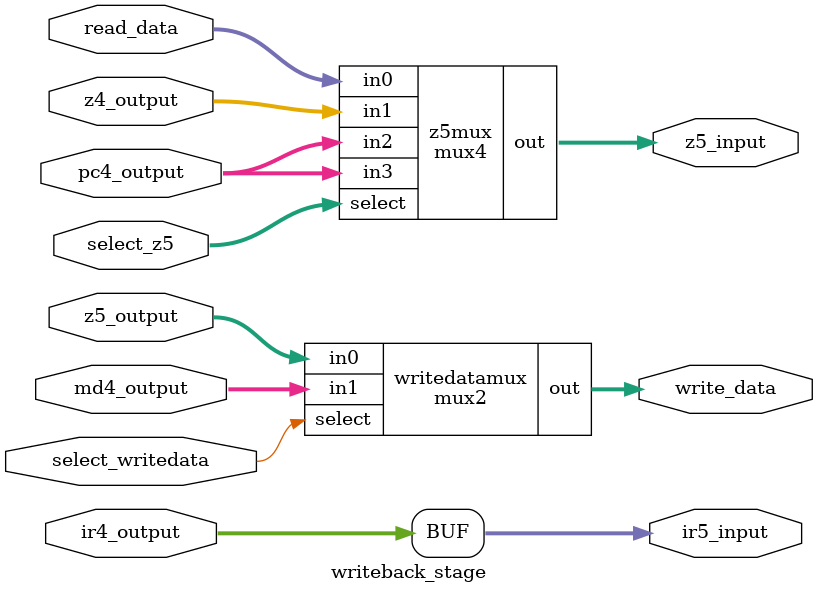
<source format=v>
module mux2(in0,in1,select,out);
input[31:0] in0,in1;
input select;
output[31:0] out;
reg[31:0] out;
always @(*)
		begin
		case(select)
		0:out<=in0;
		1:out<=in1;
		endcase
		end
endmodule

/*module test;
reg[31:0] in0,in1;
reg select;
wire[31:0] out;
mux2 m(in0,in1,select,out);
initial begin
$monitor("%d %d %d %d",in0,in1,select,out);
in0 = 0;in1 = 1;select = 0;
#5 select = 1;
end
endmodule*/

module mux4(in0,in1,in2,in3,select,out);
input[31:0] in0,in1,in2,in3;
input[1:0] select;
output[31:0] out;
reg[31:0] out;
always@(*)
		begin
		case(select)
0:out<=in0;
1:out<=in1;
2:out<=in2;
3:out<=in3;
endcase
		end
endmodule

/*module test;
reg[31:0] in0,in1,in2,in3;
reg[1:0] select;
wire[31:0] out;
mux4 m(in0,in1,in2,in3,select,out);
initial begin
$monitor("%d %d %d %d %d %d",in0,in1,in2,in3,select,out);
in0 = 0;in1=1;in2= 2;in3=3;select = 0;
#5 select = 1;
#5 select = 2;
#5 select = 3;
end
endmodule*/

module writeback_stage(ir4_output,pc4_output,z4_output,md4_output,z5_output,read_data,write_data,select_z5,select_writedata,ir5_input,z5_input);
input[31:0] ir4_output,pc4_output,z4_output,md4_output,z5_output,read_data;
output[31:0] write_data,ir5_input,z5_input;
input[1:0] select_z5;
input select_writedata;
mux2 writedatamux(.in0(z5_output),.in1(md4_output),.select(select_writedata),.out(write_data));
mux4 z5mux(.in0(read_data),.in1(z4_output),.in2(pc4_output),.in3(pc4_output),.select(select_z5),.out(z5_input));
assign ir5_input = ir4_output;
endmodule













</source>
